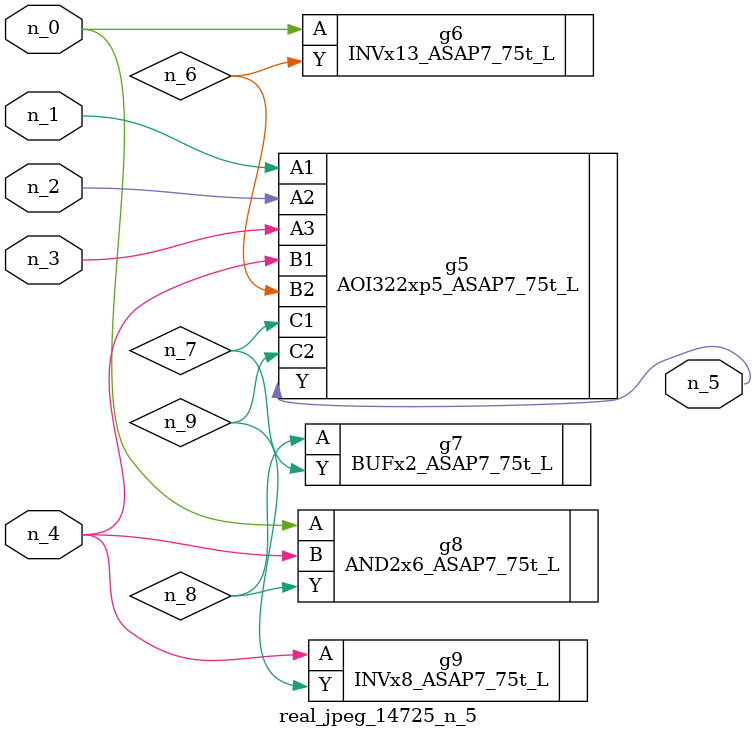
<source format=v>
module real_jpeg_14725_n_5 (n_4, n_0, n_1, n_2, n_3, n_5);

input n_4;
input n_0;
input n_1;
input n_2;
input n_3;

output n_5;

wire n_8;
wire n_6;
wire n_7;
wire n_9;

INVx13_ASAP7_75t_L g6 ( 
.A(n_0),
.Y(n_6)
);

AND2x6_ASAP7_75t_L g8 ( 
.A(n_0),
.B(n_4),
.Y(n_8)
);

AOI322xp5_ASAP7_75t_L g5 ( 
.A1(n_1),
.A2(n_2),
.A3(n_3),
.B1(n_4),
.B2(n_6),
.C1(n_7),
.C2(n_9),
.Y(n_5)
);

INVx8_ASAP7_75t_L g9 ( 
.A(n_4),
.Y(n_9)
);

BUFx2_ASAP7_75t_L g7 ( 
.A(n_8),
.Y(n_7)
);


endmodule
</source>
